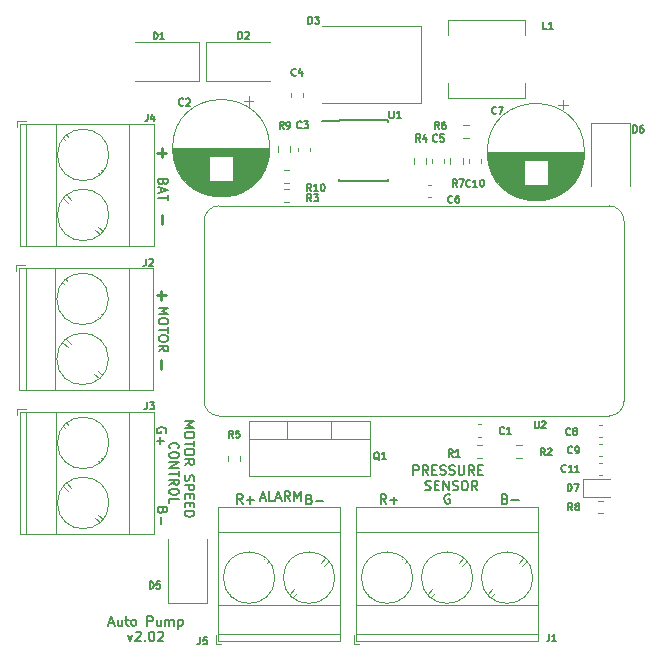
<source format=gbr>
%TF.GenerationSoftware,KiCad,Pcbnew,(6.0.6)*%
%TF.CreationDate,2022-07-27T00:23:15-07:00*%
%TF.ProjectId,AUTOPUMP_V2.02,4155544f-5055-44d5-905f-56322e30322e,rev?*%
%TF.SameCoordinates,Original*%
%TF.FileFunction,Legend,Top*%
%TF.FilePolarity,Positive*%
%FSLAX46Y46*%
G04 Gerber Fmt 4.6, Leading zero omitted, Abs format (unit mm)*
G04 Created by KiCad (PCBNEW (6.0.6)) date 2022-07-27 00:23:15*
%MOMM*%
%LPD*%
G01*
G04 APERTURE LIST*
%ADD10C,0.200000*%
%ADD11C,0.250000*%
%ADD12C,0.150000*%
%ADD13C,0.120000*%
G04 APERTURE END LIST*
D10*
X146907304Y-90087457D02*
X147021590Y-90125552D01*
X147059685Y-90163647D01*
X147097780Y-90239838D01*
X147097780Y-90354123D01*
X147059685Y-90430314D01*
X147021590Y-90468409D01*
X146945400Y-90506504D01*
X146640638Y-90506504D01*
X146640638Y-89706504D01*
X146907304Y-89706504D01*
X146983495Y-89744600D01*
X147021590Y-89782695D01*
X147059685Y-89858885D01*
X147059685Y-89935076D01*
X147021590Y-90011266D01*
X146983495Y-90049361D01*
X146907304Y-90087457D01*
X146640638Y-90087457D01*
X147440638Y-90201742D02*
X148050161Y-90201742D01*
X113379638Y-100606733D02*
X113760590Y-100606733D01*
X113303447Y-100835304D02*
X113570114Y-100035304D01*
X113836780Y-100835304D01*
X114446304Y-100301971D02*
X114446304Y-100835304D01*
X114103447Y-100301971D02*
X114103447Y-100721019D01*
X114141542Y-100797209D01*
X114217733Y-100835304D01*
X114332019Y-100835304D01*
X114408209Y-100797209D01*
X114446304Y-100759114D01*
X114712971Y-100301971D02*
X115017733Y-100301971D01*
X114827257Y-100035304D02*
X114827257Y-100721019D01*
X114865352Y-100797209D01*
X114941542Y-100835304D01*
X115017733Y-100835304D01*
X115398685Y-100835304D02*
X115322495Y-100797209D01*
X115284400Y-100759114D01*
X115246304Y-100682923D01*
X115246304Y-100454352D01*
X115284400Y-100378161D01*
X115322495Y-100340066D01*
X115398685Y-100301971D01*
X115512971Y-100301971D01*
X115589161Y-100340066D01*
X115627257Y-100378161D01*
X115665352Y-100454352D01*
X115665352Y-100682923D01*
X115627257Y-100759114D01*
X115589161Y-100797209D01*
X115512971Y-100835304D01*
X115398685Y-100835304D01*
X116617733Y-100835304D02*
X116617733Y-100035304D01*
X116922495Y-100035304D01*
X116998685Y-100073400D01*
X117036780Y-100111495D01*
X117074876Y-100187685D01*
X117074876Y-100301971D01*
X117036780Y-100378161D01*
X116998685Y-100416257D01*
X116922495Y-100454352D01*
X116617733Y-100454352D01*
X117760590Y-100301971D02*
X117760590Y-100835304D01*
X117417733Y-100301971D02*
X117417733Y-100721019D01*
X117455828Y-100797209D01*
X117532019Y-100835304D01*
X117646304Y-100835304D01*
X117722495Y-100797209D01*
X117760590Y-100759114D01*
X118141542Y-100835304D02*
X118141542Y-100301971D01*
X118141542Y-100378161D02*
X118179638Y-100340066D01*
X118255828Y-100301971D01*
X118370114Y-100301971D01*
X118446304Y-100340066D01*
X118484400Y-100416257D01*
X118484400Y-100835304D01*
X118484400Y-100416257D02*
X118522495Y-100340066D01*
X118598685Y-100301971D01*
X118712971Y-100301971D01*
X118789161Y-100340066D01*
X118827257Y-100416257D01*
X118827257Y-100835304D01*
X119208209Y-100301971D02*
X119208209Y-101101971D01*
X119208209Y-100340066D02*
X119284400Y-100301971D01*
X119436780Y-100301971D01*
X119512971Y-100340066D01*
X119551066Y-100378161D01*
X119589161Y-100454352D01*
X119589161Y-100682923D01*
X119551066Y-100759114D01*
X119512971Y-100797209D01*
X119436780Y-100835304D01*
X119284400Y-100835304D01*
X119208209Y-100797209D01*
X114960590Y-101589971D02*
X115151066Y-102123304D01*
X115341542Y-101589971D01*
X115608209Y-101399495D02*
X115646304Y-101361400D01*
X115722495Y-101323304D01*
X115912971Y-101323304D01*
X115989161Y-101361400D01*
X116027257Y-101399495D01*
X116065352Y-101475685D01*
X116065352Y-101551876D01*
X116027257Y-101666161D01*
X115570114Y-102123304D01*
X116065352Y-102123304D01*
X116408209Y-102047114D02*
X116446304Y-102085209D01*
X116408209Y-102123304D01*
X116370114Y-102085209D01*
X116408209Y-102047114D01*
X116408209Y-102123304D01*
X116941542Y-101323304D02*
X117017733Y-101323304D01*
X117093923Y-101361400D01*
X117132019Y-101399495D01*
X117170114Y-101475685D01*
X117208209Y-101628066D01*
X117208209Y-101818542D01*
X117170114Y-101970923D01*
X117132019Y-102047114D01*
X117093923Y-102085209D01*
X117017733Y-102123304D01*
X116941542Y-102123304D01*
X116865352Y-102085209D01*
X116827257Y-102047114D01*
X116789161Y-101970923D01*
X116751066Y-101818542D01*
X116751066Y-101628066D01*
X116789161Y-101475685D01*
X116827257Y-101399495D01*
X116865352Y-101361400D01*
X116941542Y-101323304D01*
X117512971Y-101399495D02*
X117551066Y-101361400D01*
X117627257Y-101323304D01*
X117817733Y-101323304D01*
X117893923Y-101361400D01*
X117932019Y-101399495D01*
X117970114Y-101475685D01*
X117970114Y-101551876D01*
X117932019Y-101666161D01*
X117474876Y-102123304D01*
X117970114Y-102123304D01*
X124669580Y-90481104D02*
X124402914Y-90100152D01*
X124212438Y-90481104D02*
X124212438Y-89681104D01*
X124517200Y-89681104D01*
X124593390Y-89719200D01*
X124631485Y-89757295D01*
X124669580Y-89833485D01*
X124669580Y-89947771D01*
X124631485Y-90023961D01*
X124593390Y-90062057D01*
X124517200Y-90100152D01*
X124212438Y-90100152D01*
X125012438Y-90176342D02*
X125621961Y-90176342D01*
X125317200Y-90481104D02*
X125317200Y-89871580D01*
D11*
X117733771Y-78359047D02*
X117733771Y-79120952D01*
D10*
X119763695Y-83534790D02*
X120563695Y-83534790D01*
X119992266Y-83801457D01*
X120563695Y-84068123D01*
X119763695Y-84068123D01*
X120563695Y-84601457D02*
X120563695Y-84753838D01*
X120525600Y-84830028D01*
X120449409Y-84906219D01*
X120297028Y-84944314D01*
X120030361Y-84944314D01*
X119877980Y-84906219D01*
X119801790Y-84830028D01*
X119763695Y-84753838D01*
X119763695Y-84601457D01*
X119801790Y-84525266D01*
X119877980Y-84449076D01*
X120030361Y-84410980D01*
X120297028Y-84410980D01*
X120449409Y-84449076D01*
X120525600Y-84525266D01*
X120563695Y-84601457D01*
X120563695Y-85172885D02*
X120563695Y-85630028D01*
X119763695Y-85401457D02*
X120563695Y-85401457D01*
X120563695Y-86049076D02*
X120563695Y-86201457D01*
X120525600Y-86277647D01*
X120449409Y-86353838D01*
X120297028Y-86391933D01*
X120030361Y-86391933D01*
X119877980Y-86353838D01*
X119801790Y-86277647D01*
X119763695Y-86201457D01*
X119763695Y-86049076D01*
X119801790Y-85972885D01*
X119877980Y-85896695D01*
X120030361Y-85858600D01*
X120297028Y-85858600D01*
X120449409Y-85896695D01*
X120525600Y-85972885D01*
X120563695Y-86049076D01*
X119763695Y-87191933D02*
X120144647Y-86925266D01*
X119763695Y-86734790D02*
X120563695Y-86734790D01*
X120563695Y-87039552D01*
X120525600Y-87115742D01*
X120487504Y-87153838D01*
X120411314Y-87191933D01*
X120297028Y-87191933D01*
X120220838Y-87153838D01*
X120182742Y-87115742D01*
X120144647Y-87039552D01*
X120144647Y-86734790D01*
X119801790Y-88106219D02*
X119763695Y-88220504D01*
X119763695Y-88410980D01*
X119801790Y-88487171D01*
X119839885Y-88525266D01*
X119916076Y-88563361D01*
X119992266Y-88563361D01*
X120068457Y-88525266D01*
X120106552Y-88487171D01*
X120144647Y-88410980D01*
X120182742Y-88258600D01*
X120220838Y-88182409D01*
X120258933Y-88144314D01*
X120335123Y-88106219D01*
X120411314Y-88106219D01*
X120487504Y-88144314D01*
X120525600Y-88182409D01*
X120563695Y-88258600D01*
X120563695Y-88449076D01*
X120525600Y-88563361D01*
X119763695Y-88906219D02*
X120563695Y-88906219D01*
X120563695Y-89210980D01*
X120525600Y-89287171D01*
X120487504Y-89325266D01*
X120411314Y-89363361D01*
X120297028Y-89363361D01*
X120220838Y-89325266D01*
X120182742Y-89287171D01*
X120144647Y-89210980D01*
X120144647Y-88906219D01*
X120182742Y-89706219D02*
X120182742Y-89972885D01*
X119763695Y-90087171D02*
X119763695Y-89706219D01*
X120563695Y-89706219D01*
X120563695Y-90087171D01*
X120182742Y-90430028D02*
X120182742Y-90696695D01*
X119763695Y-90810980D02*
X119763695Y-90430028D01*
X120563695Y-90430028D01*
X120563695Y-90810980D01*
X119763695Y-91153838D02*
X120563695Y-91153838D01*
X120563695Y-91344314D01*
X120525600Y-91458600D01*
X120449409Y-91534790D01*
X120373219Y-91572885D01*
X120220838Y-91610980D01*
X120106552Y-91610980D01*
X119954171Y-91572885D01*
X119877980Y-91534790D01*
X119801790Y-91458600D01*
X119763695Y-91344314D01*
X119763695Y-91153838D01*
X118551885Y-85820504D02*
X118513790Y-85782409D01*
X118475695Y-85668123D01*
X118475695Y-85591933D01*
X118513790Y-85477647D01*
X118589980Y-85401457D01*
X118666171Y-85363361D01*
X118818552Y-85325266D01*
X118932838Y-85325266D01*
X119085219Y-85363361D01*
X119161409Y-85401457D01*
X119237600Y-85477647D01*
X119275695Y-85591933D01*
X119275695Y-85668123D01*
X119237600Y-85782409D01*
X119199504Y-85820504D01*
X119275695Y-86315742D02*
X119275695Y-86468123D01*
X119237600Y-86544314D01*
X119161409Y-86620504D01*
X119009028Y-86658600D01*
X118742361Y-86658600D01*
X118589980Y-86620504D01*
X118513790Y-86544314D01*
X118475695Y-86468123D01*
X118475695Y-86315742D01*
X118513790Y-86239552D01*
X118589980Y-86163361D01*
X118742361Y-86125266D01*
X119009028Y-86125266D01*
X119161409Y-86163361D01*
X119237600Y-86239552D01*
X119275695Y-86315742D01*
X118475695Y-87001457D02*
X119275695Y-87001457D01*
X118475695Y-87458600D01*
X119275695Y-87458600D01*
X119275695Y-87725266D02*
X119275695Y-88182409D01*
X118475695Y-87953838D02*
X119275695Y-87953838D01*
X118475695Y-88906219D02*
X118856647Y-88639552D01*
X118475695Y-88449076D02*
X119275695Y-88449076D01*
X119275695Y-88753838D01*
X119237600Y-88830028D01*
X119199504Y-88868123D01*
X119123314Y-88906219D01*
X119009028Y-88906219D01*
X118932838Y-88868123D01*
X118894742Y-88830028D01*
X118856647Y-88753838D01*
X118856647Y-88449076D01*
X119275695Y-89401457D02*
X119275695Y-89553838D01*
X119237600Y-89630028D01*
X119161409Y-89706219D01*
X119009028Y-89744314D01*
X118742361Y-89744314D01*
X118589980Y-89706219D01*
X118513790Y-89630028D01*
X118475695Y-89553838D01*
X118475695Y-89401457D01*
X118513790Y-89325266D01*
X118589980Y-89249076D01*
X118742361Y-89210980D01*
X119009028Y-89210980D01*
X119161409Y-89249076D01*
X119237600Y-89325266D01*
X119275695Y-89401457D01*
X118475695Y-90468123D02*
X118475695Y-90087171D01*
X119275695Y-90087171D01*
X118179800Y-84474085D02*
X118217895Y-84397895D01*
X118217895Y-84283609D01*
X118179800Y-84169323D01*
X118103609Y-84093133D01*
X118027419Y-84055038D01*
X117875038Y-84016942D01*
X117760752Y-84016942D01*
X117608371Y-84055038D01*
X117532180Y-84093133D01*
X117455990Y-84169323D01*
X117417895Y-84283609D01*
X117417895Y-84359800D01*
X117455990Y-84474085D01*
X117494085Y-84512180D01*
X117760752Y-84512180D01*
X117760752Y-84359800D01*
X117722657Y-84855038D02*
X117722657Y-85464561D01*
X117417895Y-85159800D02*
X118027419Y-85159800D01*
X139122552Y-88059104D02*
X139122552Y-87259104D01*
X139427314Y-87259104D01*
X139503504Y-87297200D01*
X139541600Y-87335295D01*
X139579695Y-87411485D01*
X139579695Y-87525771D01*
X139541600Y-87601961D01*
X139503504Y-87640057D01*
X139427314Y-87678152D01*
X139122552Y-87678152D01*
X140379695Y-88059104D02*
X140113028Y-87678152D01*
X139922552Y-88059104D02*
X139922552Y-87259104D01*
X140227314Y-87259104D01*
X140303504Y-87297200D01*
X140341600Y-87335295D01*
X140379695Y-87411485D01*
X140379695Y-87525771D01*
X140341600Y-87601961D01*
X140303504Y-87640057D01*
X140227314Y-87678152D01*
X139922552Y-87678152D01*
X140722552Y-87640057D02*
X140989219Y-87640057D01*
X141103504Y-88059104D02*
X140722552Y-88059104D01*
X140722552Y-87259104D01*
X141103504Y-87259104D01*
X141408266Y-88021009D02*
X141522552Y-88059104D01*
X141713028Y-88059104D01*
X141789219Y-88021009D01*
X141827314Y-87982914D01*
X141865409Y-87906723D01*
X141865409Y-87830533D01*
X141827314Y-87754342D01*
X141789219Y-87716247D01*
X141713028Y-87678152D01*
X141560647Y-87640057D01*
X141484457Y-87601961D01*
X141446361Y-87563866D01*
X141408266Y-87487676D01*
X141408266Y-87411485D01*
X141446361Y-87335295D01*
X141484457Y-87297200D01*
X141560647Y-87259104D01*
X141751123Y-87259104D01*
X141865409Y-87297200D01*
X142170171Y-88021009D02*
X142284457Y-88059104D01*
X142474933Y-88059104D01*
X142551123Y-88021009D01*
X142589219Y-87982914D01*
X142627314Y-87906723D01*
X142627314Y-87830533D01*
X142589219Y-87754342D01*
X142551123Y-87716247D01*
X142474933Y-87678152D01*
X142322552Y-87640057D01*
X142246361Y-87601961D01*
X142208266Y-87563866D01*
X142170171Y-87487676D01*
X142170171Y-87411485D01*
X142208266Y-87335295D01*
X142246361Y-87297200D01*
X142322552Y-87259104D01*
X142513028Y-87259104D01*
X142627314Y-87297200D01*
X142970171Y-87259104D02*
X142970171Y-87906723D01*
X143008266Y-87982914D01*
X143046361Y-88021009D01*
X143122552Y-88059104D01*
X143274933Y-88059104D01*
X143351123Y-88021009D01*
X143389219Y-87982914D01*
X143427314Y-87906723D01*
X143427314Y-87259104D01*
X144265409Y-88059104D02*
X143998742Y-87678152D01*
X143808266Y-88059104D02*
X143808266Y-87259104D01*
X144113028Y-87259104D01*
X144189219Y-87297200D01*
X144227314Y-87335295D01*
X144265409Y-87411485D01*
X144265409Y-87525771D01*
X144227314Y-87601961D01*
X144189219Y-87640057D01*
X144113028Y-87678152D01*
X143808266Y-87678152D01*
X144608266Y-87640057D02*
X144874933Y-87640057D01*
X144989219Y-88059104D02*
X144608266Y-88059104D01*
X144608266Y-87259104D01*
X144989219Y-87259104D01*
X140132076Y-89309009D02*
X140246361Y-89347104D01*
X140436838Y-89347104D01*
X140513028Y-89309009D01*
X140551123Y-89270914D01*
X140589219Y-89194723D01*
X140589219Y-89118533D01*
X140551123Y-89042342D01*
X140513028Y-89004247D01*
X140436838Y-88966152D01*
X140284457Y-88928057D01*
X140208266Y-88889961D01*
X140170171Y-88851866D01*
X140132076Y-88775676D01*
X140132076Y-88699485D01*
X140170171Y-88623295D01*
X140208266Y-88585200D01*
X140284457Y-88547104D01*
X140474933Y-88547104D01*
X140589219Y-88585200D01*
X140932076Y-88928057D02*
X141198742Y-88928057D01*
X141313028Y-89347104D02*
X140932076Y-89347104D01*
X140932076Y-88547104D01*
X141313028Y-88547104D01*
X141655885Y-89347104D02*
X141655885Y-88547104D01*
X142113028Y-89347104D01*
X142113028Y-88547104D01*
X142455885Y-89309009D02*
X142570171Y-89347104D01*
X142760647Y-89347104D01*
X142836838Y-89309009D01*
X142874933Y-89270914D01*
X142913028Y-89194723D01*
X142913028Y-89118533D01*
X142874933Y-89042342D01*
X142836838Y-89004247D01*
X142760647Y-88966152D01*
X142608266Y-88928057D01*
X142532076Y-88889961D01*
X142493980Y-88851866D01*
X142455885Y-88775676D01*
X142455885Y-88699485D01*
X142493980Y-88623295D01*
X142532076Y-88585200D01*
X142608266Y-88547104D01*
X142798742Y-88547104D01*
X142913028Y-88585200D01*
X143408266Y-88547104D02*
X143560647Y-88547104D01*
X143636838Y-88585200D01*
X143713028Y-88661390D01*
X143751123Y-88813771D01*
X143751123Y-89080438D01*
X143713028Y-89232819D01*
X143636838Y-89309009D01*
X143560647Y-89347104D01*
X143408266Y-89347104D01*
X143332076Y-89309009D01*
X143255885Y-89232819D01*
X143217790Y-89080438D01*
X143217790Y-88813771D01*
X143255885Y-88661390D01*
X143332076Y-88585200D01*
X143408266Y-88547104D01*
X144551123Y-89347104D02*
X144284457Y-88966152D01*
X144093980Y-89347104D02*
X144093980Y-88547104D01*
X144398742Y-88547104D01*
X144474933Y-88585200D01*
X144513028Y-88623295D01*
X144551123Y-88699485D01*
X144551123Y-88813771D01*
X144513028Y-88889961D01*
X144474933Y-88928057D01*
X144398742Y-88966152D01*
X144093980Y-88966152D01*
D11*
X117784571Y-72466247D02*
X117784571Y-73228152D01*
X117403619Y-72847200D02*
X118165523Y-72847200D01*
X117835371Y-60401247D02*
X117835371Y-61163152D01*
X117454419Y-60782200D02*
X118216323Y-60782200D01*
D10*
X117595695Y-73907876D02*
X118395695Y-73907876D01*
X117824266Y-74174542D01*
X118395695Y-74441209D01*
X117595695Y-74441209D01*
X118395695Y-74974542D02*
X118395695Y-75126923D01*
X118357600Y-75203114D01*
X118281409Y-75279304D01*
X118129028Y-75317400D01*
X117862361Y-75317400D01*
X117709980Y-75279304D01*
X117633790Y-75203114D01*
X117595695Y-75126923D01*
X117595695Y-74974542D01*
X117633790Y-74898352D01*
X117709980Y-74822161D01*
X117862361Y-74784066D01*
X118129028Y-74784066D01*
X118281409Y-74822161D01*
X118357600Y-74898352D01*
X118395695Y-74974542D01*
X118395695Y-75545971D02*
X118395695Y-76003114D01*
X117595695Y-75774542D02*
X118395695Y-75774542D01*
X118395695Y-76422161D02*
X118395695Y-76574542D01*
X118357600Y-76650733D01*
X118281409Y-76726923D01*
X118129028Y-76765019D01*
X117862361Y-76765019D01*
X117709980Y-76726923D01*
X117633790Y-76650733D01*
X117595695Y-76574542D01*
X117595695Y-76422161D01*
X117633790Y-76345971D01*
X117709980Y-76269780D01*
X117862361Y-76231685D01*
X118129028Y-76231685D01*
X118281409Y-76269780D01*
X118357600Y-76345971D01*
X118395695Y-76422161D01*
X117595695Y-77565019D02*
X117976647Y-77298352D01*
X117595695Y-77107876D02*
X118395695Y-77107876D01*
X118395695Y-77412638D01*
X118357600Y-77488828D01*
X118319504Y-77526923D01*
X118243314Y-77565019D01*
X118129028Y-77565019D01*
X118052838Y-77526923D01*
X118014742Y-77488828D01*
X117976647Y-77412638D01*
X117976647Y-77107876D01*
X126190180Y-90023933D02*
X126571133Y-90023933D01*
X126113990Y-90252504D02*
X126380657Y-89452504D01*
X126647323Y-90252504D01*
X127294942Y-90252504D02*
X126913990Y-90252504D01*
X126913990Y-89452504D01*
X127523514Y-90023933D02*
X127904466Y-90023933D01*
X127447323Y-90252504D02*
X127713990Y-89452504D01*
X127980657Y-90252504D01*
X128704466Y-90252504D02*
X128437800Y-89871552D01*
X128247323Y-90252504D02*
X128247323Y-89452504D01*
X128552085Y-89452504D01*
X128628276Y-89490600D01*
X128666371Y-89528695D01*
X128704466Y-89604885D01*
X128704466Y-89719171D01*
X128666371Y-89795361D01*
X128628276Y-89833457D01*
X128552085Y-89871552D01*
X128247323Y-89871552D01*
X129047323Y-90252504D02*
X129047323Y-89452504D01*
X129313990Y-90023933D01*
X129580657Y-89452504D01*
X129580657Y-90252504D01*
X117938542Y-63239723D02*
X117900447Y-63354009D01*
X117862352Y-63392104D01*
X117786161Y-63430200D01*
X117671876Y-63430200D01*
X117595685Y-63392104D01*
X117557590Y-63354009D01*
X117519495Y-63277819D01*
X117519495Y-62973057D01*
X118319495Y-62973057D01*
X118319495Y-63239723D01*
X118281400Y-63315914D01*
X118243304Y-63354009D01*
X118167114Y-63392104D01*
X118090923Y-63392104D01*
X118014733Y-63354009D01*
X117976638Y-63315914D01*
X117938542Y-63239723D01*
X117938542Y-62973057D01*
X117748066Y-63734961D02*
X117748066Y-64115914D01*
X117519495Y-63658771D02*
X118319495Y-63925438D01*
X117519495Y-64192104D01*
X118319495Y-64344485D02*
X118319495Y-64801628D01*
X117519495Y-64573057D02*
X118319495Y-64573057D01*
X117913142Y-91052704D02*
X117875047Y-91166990D01*
X117836952Y-91205085D01*
X117760761Y-91243180D01*
X117646476Y-91243180D01*
X117570285Y-91205085D01*
X117532190Y-91166990D01*
X117494095Y-91090800D01*
X117494095Y-90786038D01*
X118294095Y-90786038D01*
X118294095Y-91052704D01*
X118256000Y-91128895D01*
X118217904Y-91166990D01*
X118141714Y-91205085D01*
X118065523Y-91205085D01*
X117989333Y-91166990D01*
X117951238Y-91128895D01*
X117913142Y-91052704D01*
X117913142Y-90786038D01*
X117798857Y-91586038D02*
X117798857Y-92195561D01*
X136810780Y-90506504D02*
X136544114Y-90125552D01*
X136353638Y-90506504D02*
X136353638Y-89706504D01*
X136658400Y-89706504D01*
X136734590Y-89744600D01*
X136772685Y-89782695D01*
X136810780Y-89858885D01*
X136810780Y-89973171D01*
X136772685Y-90049361D01*
X136734590Y-90087457D01*
X136658400Y-90125552D01*
X136353638Y-90125552D01*
X137153638Y-90201742D02*
X137763161Y-90201742D01*
X137458400Y-90506504D02*
X137458400Y-89896980D01*
D11*
X117835371Y-66090847D02*
X117835371Y-66852752D01*
D10*
X130346504Y-90112857D02*
X130460790Y-90150952D01*
X130498885Y-90189047D01*
X130536980Y-90265238D01*
X130536980Y-90379523D01*
X130498885Y-90455714D01*
X130460790Y-90493809D01*
X130384600Y-90531904D01*
X130079838Y-90531904D01*
X130079838Y-89731904D01*
X130346504Y-89731904D01*
X130422695Y-89770000D01*
X130460790Y-89808095D01*
X130498885Y-89884285D01*
X130498885Y-89960476D01*
X130460790Y-90036666D01*
X130422695Y-90074761D01*
X130346504Y-90112857D01*
X130079838Y-90112857D01*
X130879838Y-90227142D02*
X131489361Y-90227142D01*
X142195523Y-89719200D02*
X142119333Y-89681104D01*
X142005047Y-89681104D01*
X141890761Y-89719200D01*
X141814571Y-89795390D01*
X141776476Y-89871580D01*
X141738380Y-90023961D01*
X141738380Y-90138247D01*
X141776476Y-90290628D01*
X141814571Y-90366819D01*
X141890761Y-90443009D01*
X142005047Y-90481104D01*
X142081238Y-90481104D01*
X142195523Y-90443009D01*
X142233619Y-90404914D01*
X142233619Y-90138247D01*
X142081238Y-90138247D01*
D12*
%TO.C,J4*%
X116640000Y-57507228D02*
X116640000Y-57935800D01*
X116611428Y-58021514D01*
X116554285Y-58078657D01*
X116468571Y-58107228D01*
X116411428Y-58107228D01*
X117182857Y-57707228D02*
X117182857Y-58107228D01*
X117040000Y-57478657D02*
X116897142Y-57907228D01*
X117268571Y-57907228D01*
%TO.C,C6*%
X142444800Y-64958885D02*
X142416228Y-64987457D01*
X142330514Y-65016028D01*
X142273371Y-65016028D01*
X142187657Y-64987457D01*
X142130514Y-64930314D01*
X142101942Y-64873171D01*
X142073371Y-64758885D01*
X142073371Y-64673171D01*
X142101942Y-64558885D01*
X142130514Y-64501742D01*
X142187657Y-64444600D01*
X142273371Y-64416028D01*
X142330514Y-64416028D01*
X142416228Y-64444600D01*
X142444800Y-64473171D01*
X142959085Y-64416028D02*
X142844800Y-64416028D01*
X142787657Y-64444600D01*
X142759085Y-64473171D01*
X142701942Y-64558885D01*
X142673371Y-64673171D01*
X142673371Y-64901742D01*
X142701942Y-64958885D01*
X142730514Y-64987457D01*
X142787657Y-65016028D01*
X142901942Y-65016028D01*
X142959085Y-64987457D01*
X142987657Y-64958885D01*
X143016228Y-64901742D01*
X143016228Y-64758885D01*
X142987657Y-64701742D01*
X142959085Y-64673171D01*
X142901942Y-64644600D01*
X142787657Y-64644600D01*
X142730514Y-64673171D01*
X142701942Y-64701742D01*
X142673371Y-64758885D01*
%TO.C,D1*%
X117133742Y-51173028D02*
X117133742Y-50573028D01*
X117276600Y-50573028D01*
X117362314Y-50601600D01*
X117419457Y-50658742D01*
X117448028Y-50715885D01*
X117476600Y-50830171D01*
X117476600Y-50915885D01*
X117448028Y-51030171D01*
X117419457Y-51087314D01*
X117362314Y-51144457D01*
X117276600Y-51173028D01*
X117133742Y-51173028D01*
X118048028Y-51173028D02*
X117705171Y-51173028D01*
X117876600Y-51173028D02*
X117876600Y-50573028D01*
X117819457Y-50658742D01*
X117762314Y-50715885D01*
X117705171Y-50744457D01*
%TO.C,Q1*%
X136239257Y-86790171D02*
X136182114Y-86761600D01*
X136124971Y-86704457D01*
X136039257Y-86618742D01*
X135982114Y-86590171D01*
X135924971Y-86590171D01*
X135953542Y-86733028D02*
X135896400Y-86704457D01*
X135839257Y-86647314D01*
X135810685Y-86533028D01*
X135810685Y-86333028D01*
X135839257Y-86218742D01*
X135896400Y-86161600D01*
X135953542Y-86133028D01*
X136067828Y-86133028D01*
X136124971Y-86161600D01*
X136182114Y-86218742D01*
X136210685Y-86333028D01*
X136210685Y-86533028D01*
X136182114Y-86647314D01*
X136124971Y-86704457D01*
X136067828Y-86733028D01*
X135953542Y-86733028D01*
X136782114Y-86733028D02*
X136439257Y-86733028D01*
X136610685Y-86733028D02*
X136610685Y-86133028D01*
X136553542Y-86218742D01*
X136496400Y-86275885D01*
X136439257Y-86304457D01*
%TO.C,R10*%
X130475085Y-64025428D02*
X130275085Y-63739714D01*
X130132228Y-64025428D02*
X130132228Y-63425428D01*
X130360800Y-63425428D01*
X130417942Y-63454000D01*
X130446514Y-63482571D01*
X130475085Y-63539714D01*
X130475085Y-63625428D01*
X130446514Y-63682571D01*
X130417942Y-63711142D01*
X130360800Y-63739714D01*
X130132228Y-63739714D01*
X131046514Y-64025428D02*
X130703657Y-64025428D01*
X130875085Y-64025428D02*
X130875085Y-63425428D01*
X130817942Y-63511142D01*
X130760800Y-63568285D01*
X130703657Y-63596857D01*
X131417942Y-63425428D02*
X131475085Y-63425428D01*
X131532228Y-63454000D01*
X131560800Y-63482571D01*
X131589371Y-63539714D01*
X131617942Y-63654000D01*
X131617942Y-63796857D01*
X131589371Y-63911142D01*
X131560800Y-63968285D01*
X131532228Y-63996857D01*
X131475085Y-64025428D01*
X131417942Y-64025428D01*
X131360800Y-63996857D01*
X131332228Y-63968285D01*
X131303657Y-63911142D01*
X131275085Y-63796857D01*
X131275085Y-63654000D01*
X131303657Y-63539714D01*
X131332228Y-63482571D01*
X131360800Y-63454000D01*
X131417942Y-63425428D01*
%TO.C,D2*%
X124321942Y-51122228D02*
X124321942Y-50522228D01*
X124464800Y-50522228D01*
X124550514Y-50550800D01*
X124607657Y-50607942D01*
X124636228Y-50665085D01*
X124664800Y-50779371D01*
X124664800Y-50865085D01*
X124636228Y-50979371D01*
X124607657Y-51036514D01*
X124550514Y-51093657D01*
X124464800Y-51122228D01*
X124321942Y-51122228D01*
X124893371Y-50579371D02*
X124921942Y-50550800D01*
X124979085Y-50522228D01*
X125121942Y-50522228D01*
X125179085Y-50550800D01*
X125207657Y-50579371D01*
X125236228Y-50636514D01*
X125236228Y-50693657D01*
X125207657Y-50779371D01*
X124864800Y-51122228D01*
X125236228Y-51122228D01*
%TO.C,D7*%
X152185642Y-89425428D02*
X152185642Y-88825428D01*
X152328500Y-88825428D01*
X152414214Y-88854000D01*
X152471357Y-88911142D01*
X152499928Y-88968285D01*
X152528500Y-89082571D01*
X152528500Y-89168285D01*
X152499928Y-89282571D01*
X152471357Y-89339714D01*
X152414214Y-89396857D01*
X152328500Y-89425428D01*
X152185642Y-89425428D01*
X152728500Y-88825428D02*
X153128500Y-88825428D01*
X152871357Y-89425428D01*
%TO.C,C11*%
X152039685Y-87742685D02*
X152011114Y-87771257D01*
X151925400Y-87799828D01*
X151868257Y-87799828D01*
X151782542Y-87771257D01*
X151725400Y-87714114D01*
X151696828Y-87656971D01*
X151668257Y-87542685D01*
X151668257Y-87456971D01*
X151696828Y-87342685D01*
X151725400Y-87285542D01*
X151782542Y-87228400D01*
X151868257Y-87199828D01*
X151925400Y-87199828D01*
X152011114Y-87228400D01*
X152039685Y-87256971D01*
X152611114Y-87799828D02*
X152268257Y-87799828D01*
X152439685Y-87799828D02*
X152439685Y-87199828D01*
X152382542Y-87285542D01*
X152325400Y-87342685D01*
X152268257Y-87371257D01*
X153182542Y-87799828D02*
X152839685Y-87799828D01*
X153011114Y-87799828D02*
X153011114Y-87199828D01*
X152953971Y-87285542D01*
X152896828Y-87342685D01*
X152839685Y-87371257D01*
%TO.C,U1*%
X137109257Y-57278628D02*
X137109257Y-57764342D01*
X137137828Y-57821485D01*
X137166400Y-57850057D01*
X137223542Y-57878628D01*
X137337828Y-57878628D01*
X137394971Y-57850057D01*
X137423542Y-57821485D01*
X137452114Y-57764342D01*
X137452114Y-57278628D01*
X138052114Y-57878628D02*
X137709257Y-57878628D01*
X137880685Y-57878628D02*
X137880685Y-57278628D01*
X137823542Y-57364342D01*
X137766400Y-57421485D01*
X137709257Y-57450057D01*
%TO.C,R3*%
X130481400Y-64889028D02*
X130281400Y-64603314D01*
X130138542Y-64889028D02*
X130138542Y-64289028D01*
X130367114Y-64289028D01*
X130424257Y-64317600D01*
X130452828Y-64346171D01*
X130481400Y-64403314D01*
X130481400Y-64489028D01*
X130452828Y-64546171D01*
X130424257Y-64574742D01*
X130367114Y-64603314D01*
X130138542Y-64603314D01*
X130681400Y-64289028D02*
X131052828Y-64289028D01*
X130852828Y-64517600D01*
X130938542Y-64517600D01*
X130995685Y-64546171D01*
X131024257Y-64574742D01*
X131052828Y-64631885D01*
X131052828Y-64774742D01*
X131024257Y-64831885D01*
X130995685Y-64860457D01*
X130938542Y-64889028D01*
X130767114Y-64889028D01*
X130709971Y-64860457D01*
X130681400Y-64831885D01*
%TO.C,R1*%
X142470200Y-86504428D02*
X142270200Y-86218714D01*
X142127342Y-86504428D02*
X142127342Y-85904428D01*
X142355914Y-85904428D01*
X142413057Y-85933000D01*
X142441628Y-85961571D01*
X142470200Y-86018714D01*
X142470200Y-86104428D01*
X142441628Y-86161571D01*
X142413057Y-86190142D01*
X142355914Y-86218714D01*
X142127342Y-86218714D01*
X143041628Y-86504428D02*
X142698771Y-86504428D01*
X142870200Y-86504428D02*
X142870200Y-85904428D01*
X142813057Y-85990142D01*
X142755914Y-86047285D01*
X142698771Y-86075857D01*
%TO.C,C10*%
X143962485Y-63600285D02*
X143933914Y-63628857D01*
X143848200Y-63657428D01*
X143791057Y-63657428D01*
X143705342Y-63628857D01*
X143648200Y-63571714D01*
X143619628Y-63514571D01*
X143591057Y-63400285D01*
X143591057Y-63314571D01*
X143619628Y-63200285D01*
X143648200Y-63143142D01*
X143705342Y-63086000D01*
X143791057Y-63057428D01*
X143848200Y-63057428D01*
X143933914Y-63086000D01*
X143962485Y-63114571D01*
X144533914Y-63657428D02*
X144191057Y-63657428D01*
X144362485Y-63657428D02*
X144362485Y-63057428D01*
X144305342Y-63143142D01*
X144248200Y-63200285D01*
X144191057Y-63228857D01*
X144905342Y-63057428D02*
X144962485Y-63057428D01*
X145019628Y-63086000D01*
X145048200Y-63114571D01*
X145076771Y-63171714D01*
X145105342Y-63286000D01*
X145105342Y-63428857D01*
X145076771Y-63543142D01*
X145048200Y-63600285D01*
X145019628Y-63628857D01*
X144962485Y-63657428D01*
X144905342Y-63657428D01*
X144848200Y-63628857D01*
X144819628Y-63600285D01*
X144791057Y-63543142D01*
X144762485Y-63428857D01*
X144762485Y-63286000D01*
X144791057Y-63171714D01*
X144819628Y-63114571D01*
X144848200Y-63086000D01*
X144905342Y-63057428D01*
%TO.C,R4*%
X139727000Y-59834428D02*
X139527000Y-59548714D01*
X139384142Y-59834428D02*
X139384142Y-59234428D01*
X139612714Y-59234428D01*
X139669857Y-59263000D01*
X139698428Y-59291571D01*
X139727000Y-59348714D01*
X139727000Y-59434428D01*
X139698428Y-59491571D01*
X139669857Y-59520142D01*
X139612714Y-59548714D01*
X139384142Y-59548714D01*
X140241285Y-59434428D02*
X140241285Y-59834428D01*
X140098428Y-59205857D02*
X139955571Y-59634428D01*
X140327000Y-59634428D01*
%TO.C,U2*%
X149402857Y-83491428D02*
X149402857Y-83977142D01*
X149431428Y-84034285D01*
X149460000Y-84062857D01*
X149517142Y-84091428D01*
X149631428Y-84091428D01*
X149688571Y-84062857D01*
X149717142Y-84034285D01*
X149745714Y-83977142D01*
X149745714Y-83491428D01*
X150002857Y-83548571D02*
X150031428Y-83520000D01*
X150088571Y-83491428D01*
X150231428Y-83491428D01*
X150288571Y-83520000D01*
X150317142Y-83548571D01*
X150345714Y-83605714D01*
X150345714Y-83662857D01*
X150317142Y-83748571D01*
X149974285Y-84091428D01*
X150345714Y-84091428D01*
%TO.C,J5*%
X121085000Y-101804828D02*
X121085000Y-102233400D01*
X121056428Y-102319114D01*
X120999285Y-102376257D01*
X120913571Y-102404828D01*
X120856428Y-102404828D01*
X121656428Y-101804828D02*
X121370714Y-101804828D01*
X121342142Y-102090542D01*
X121370714Y-102061971D01*
X121427857Y-102033400D01*
X121570714Y-102033400D01*
X121627857Y-102061971D01*
X121656428Y-102090542D01*
X121685000Y-102147685D01*
X121685000Y-102290542D01*
X121656428Y-102347685D01*
X121627857Y-102376257D01*
X121570714Y-102404828D01*
X121427857Y-102404828D01*
X121370714Y-102376257D01*
X121342142Y-102347685D01*
%TO.C,R5*%
X123869000Y-84916428D02*
X123669000Y-84630714D01*
X123526142Y-84916428D02*
X123526142Y-84316428D01*
X123754714Y-84316428D01*
X123811857Y-84345000D01*
X123840428Y-84373571D01*
X123869000Y-84430714D01*
X123869000Y-84516428D01*
X123840428Y-84573571D01*
X123811857Y-84602142D01*
X123754714Y-84630714D01*
X123526142Y-84630714D01*
X124411857Y-84316428D02*
X124126142Y-84316428D01*
X124097571Y-84602142D01*
X124126142Y-84573571D01*
X124183285Y-84545000D01*
X124326142Y-84545000D01*
X124383285Y-84573571D01*
X124411857Y-84602142D01*
X124440428Y-84659285D01*
X124440428Y-84802142D01*
X124411857Y-84859285D01*
X124383285Y-84887857D01*
X124326142Y-84916428D01*
X124183285Y-84916428D01*
X124126142Y-84887857D01*
X124097571Y-84859285D01*
%TO.C,D5*%
X116803542Y-97680428D02*
X116803542Y-97080428D01*
X116946400Y-97080428D01*
X117032114Y-97109000D01*
X117089257Y-97166142D01*
X117117828Y-97223285D01*
X117146400Y-97337571D01*
X117146400Y-97423285D01*
X117117828Y-97537571D01*
X117089257Y-97594714D01*
X117032114Y-97651857D01*
X116946400Y-97680428D01*
X116803542Y-97680428D01*
X117689257Y-97080428D02*
X117403542Y-97080428D01*
X117374971Y-97366142D01*
X117403542Y-97337571D01*
X117460685Y-97309000D01*
X117603542Y-97309000D01*
X117660685Y-97337571D01*
X117689257Y-97366142D01*
X117717828Y-97423285D01*
X117717828Y-97566142D01*
X117689257Y-97623285D01*
X117660685Y-97651857D01*
X117603542Y-97680428D01*
X117460685Y-97680428D01*
X117403542Y-97651857D01*
X117374971Y-97623285D01*
%TO.C,R2*%
X150268000Y-86408928D02*
X150068000Y-86123214D01*
X149925142Y-86408928D02*
X149925142Y-85808928D01*
X150153714Y-85808928D01*
X150210857Y-85837500D01*
X150239428Y-85866071D01*
X150268000Y-85923214D01*
X150268000Y-86008928D01*
X150239428Y-86066071D01*
X150210857Y-86094642D01*
X150153714Y-86123214D01*
X149925142Y-86123214D01*
X150496571Y-85866071D02*
X150525142Y-85837500D01*
X150582285Y-85808928D01*
X150725142Y-85808928D01*
X150782285Y-85837500D01*
X150810857Y-85866071D01*
X150839428Y-85923214D01*
X150839428Y-85980357D01*
X150810857Y-86066071D01*
X150468000Y-86408928D01*
X150839428Y-86408928D01*
%TO.C,C5*%
X141149400Y-59777285D02*
X141120828Y-59805857D01*
X141035114Y-59834428D01*
X140977971Y-59834428D01*
X140892257Y-59805857D01*
X140835114Y-59748714D01*
X140806542Y-59691571D01*
X140777971Y-59577285D01*
X140777971Y-59491571D01*
X140806542Y-59377285D01*
X140835114Y-59320142D01*
X140892257Y-59263000D01*
X140977971Y-59234428D01*
X141035114Y-59234428D01*
X141120828Y-59263000D01*
X141149400Y-59291571D01*
X141692257Y-59234428D02*
X141406542Y-59234428D01*
X141377971Y-59520142D01*
X141406542Y-59491571D01*
X141463685Y-59463000D01*
X141606542Y-59463000D01*
X141663685Y-59491571D01*
X141692257Y-59520142D01*
X141720828Y-59577285D01*
X141720828Y-59720142D01*
X141692257Y-59777285D01*
X141663685Y-59805857D01*
X141606542Y-59834428D01*
X141463685Y-59834428D01*
X141406542Y-59805857D01*
X141377971Y-59777285D01*
%TO.C,C3*%
X129663200Y-58659685D02*
X129634628Y-58688257D01*
X129548914Y-58716828D01*
X129491771Y-58716828D01*
X129406057Y-58688257D01*
X129348914Y-58631114D01*
X129320342Y-58573971D01*
X129291771Y-58459685D01*
X129291771Y-58373971D01*
X129320342Y-58259685D01*
X129348914Y-58202542D01*
X129406057Y-58145400D01*
X129491771Y-58116828D01*
X129548914Y-58116828D01*
X129634628Y-58145400D01*
X129663200Y-58173971D01*
X129863200Y-58116828D02*
X130234628Y-58116828D01*
X130034628Y-58345400D01*
X130120342Y-58345400D01*
X130177485Y-58373971D01*
X130206057Y-58402542D01*
X130234628Y-58459685D01*
X130234628Y-58602542D01*
X130206057Y-58659685D01*
X130177485Y-58688257D01*
X130120342Y-58716828D01*
X129948914Y-58716828D01*
X129891771Y-58688257D01*
X129863200Y-58659685D01*
%TO.C,J1*%
X150650600Y-101525428D02*
X150650600Y-101954000D01*
X150622028Y-102039714D01*
X150564885Y-102096857D01*
X150479171Y-102125428D01*
X150422028Y-102125428D01*
X151250600Y-102125428D02*
X150907742Y-102125428D01*
X151079171Y-102125428D02*
X151079171Y-101525428D01*
X151022028Y-101611142D01*
X150964885Y-101668285D01*
X150907742Y-101696857D01*
%TO.C,J3*%
X116589200Y-81916628D02*
X116589200Y-82345200D01*
X116560628Y-82430914D01*
X116503485Y-82488057D01*
X116417771Y-82516628D01*
X116360628Y-82516628D01*
X116817771Y-81916628D02*
X117189200Y-81916628D01*
X116989200Y-82145200D01*
X117074914Y-82145200D01*
X117132057Y-82173771D01*
X117160628Y-82202342D01*
X117189200Y-82259485D01*
X117189200Y-82402342D01*
X117160628Y-82459485D01*
X117132057Y-82488057D01*
X117074914Y-82516628D01*
X116903485Y-82516628D01*
X116846342Y-82488057D01*
X116817771Y-82459485D01*
%TO.C,C4*%
X129186000Y-54202285D02*
X129157428Y-54230857D01*
X129071714Y-54259428D01*
X129014571Y-54259428D01*
X128928857Y-54230857D01*
X128871714Y-54173714D01*
X128843142Y-54116571D01*
X128814571Y-54002285D01*
X128814571Y-53916571D01*
X128843142Y-53802285D01*
X128871714Y-53745142D01*
X128928857Y-53688000D01*
X129014571Y-53659428D01*
X129071714Y-53659428D01*
X129157428Y-53688000D01*
X129186000Y-53716571D01*
X129700285Y-53859428D02*
X129700285Y-54259428D01*
X129557428Y-53630857D02*
X129414571Y-54059428D01*
X129786000Y-54059428D01*
%TO.C,C2*%
X119661000Y-56729285D02*
X119632428Y-56757857D01*
X119546714Y-56786428D01*
X119489571Y-56786428D01*
X119403857Y-56757857D01*
X119346714Y-56700714D01*
X119318142Y-56643571D01*
X119289571Y-56529285D01*
X119289571Y-56443571D01*
X119318142Y-56329285D01*
X119346714Y-56272142D01*
X119403857Y-56215000D01*
X119489571Y-56186428D01*
X119546714Y-56186428D01*
X119632428Y-56215000D01*
X119661000Y-56243571D01*
X119889571Y-56243571D02*
X119918142Y-56215000D01*
X119975285Y-56186428D01*
X120118142Y-56186428D01*
X120175285Y-56215000D01*
X120203857Y-56243571D01*
X120232428Y-56300714D01*
X120232428Y-56357857D01*
X120203857Y-56443571D01*
X119861000Y-56786428D01*
X120232428Y-56786428D01*
%TO.C,D3*%
X130240142Y-49852228D02*
X130240142Y-49252228D01*
X130383000Y-49252228D01*
X130468714Y-49280800D01*
X130525857Y-49337942D01*
X130554428Y-49395085D01*
X130583000Y-49509371D01*
X130583000Y-49595085D01*
X130554428Y-49709371D01*
X130525857Y-49766514D01*
X130468714Y-49823657D01*
X130383000Y-49852228D01*
X130240142Y-49852228D01*
X130783000Y-49252228D02*
X131154428Y-49252228D01*
X130954428Y-49480800D01*
X131040142Y-49480800D01*
X131097285Y-49509371D01*
X131125857Y-49537942D01*
X131154428Y-49595085D01*
X131154428Y-49737942D01*
X131125857Y-49795085D01*
X131097285Y-49823657D01*
X131040142Y-49852228D01*
X130868714Y-49852228D01*
X130811571Y-49823657D01*
X130783000Y-49795085D01*
%TO.C,R8*%
X152604800Y-91051028D02*
X152404800Y-90765314D01*
X152261942Y-91051028D02*
X152261942Y-90451028D01*
X152490514Y-90451028D01*
X152547657Y-90479600D01*
X152576228Y-90508171D01*
X152604800Y-90565314D01*
X152604800Y-90651028D01*
X152576228Y-90708171D01*
X152547657Y-90736742D01*
X152490514Y-90765314D01*
X152261942Y-90765314D01*
X152947657Y-90708171D02*
X152890514Y-90679600D01*
X152861942Y-90651028D01*
X152833371Y-90593885D01*
X152833371Y-90565314D01*
X152861942Y-90508171D01*
X152890514Y-90479600D01*
X152947657Y-90451028D01*
X153061942Y-90451028D01*
X153119085Y-90479600D01*
X153147657Y-90508171D01*
X153176228Y-90565314D01*
X153176228Y-90593885D01*
X153147657Y-90651028D01*
X153119085Y-90679600D01*
X153061942Y-90708171D01*
X152947657Y-90708171D01*
X152890514Y-90736742D01*
X152861942Y-90765314D01*
X152833371Y-90822457D01*
X152833371Y-90936742D01*
X152861942Y-90993885D01*
X152890514Y-91022457D01*
X152947657Y-91051028D01*
X153061942Y-91051028D01*
X153119085Y-91022457D01*
X153147657Y-90993885D01*
X153176228Y-90936742D01*
X153176228Y-90822457D01*
X153147657Y-90765314D01*
X153119085Y-90736742D01*
X153061942Y-90708171D01*
%TO.C,J2*%
X116487600Y-69750028D02*
X116487600Y-70178600D01*
X116459028Y-70264314D01*
X116401885Y-70321457D01*
X116316171Y-70350028D01*
X116259028Y-70350028D01*
X116744742Y-69807171D02*
X116773314Y-69778600D01*
X116830457Y-69750028D01*
X116973314Y-69750028D01*
X117030457Y-69778600D01*
X117059028Y-69807171D01*
X117087600Y-69864314D01*
X117087600Y-69921457D01*
X117059028Y-70007171D01*
X116716171Y-70350028D01*
X117087600Y-70350028D01*
%TO.C,C7*%
X146153200Y-57415085D02*
X146124628Y-57443657D01*
X146038914Y-57472228D01*
X145981771Y-57472228D01*
X145896057Y-57443657D01*
X145838914Y-57386514D01*
X145810342Y-57329371D01*
X145781771Y-57215085D01*
X145781771Y-57129371D01*
X145810342Y-57015085D01*
X145838914Y-56957942D01*
X145896057Y-56900800D01*
X145981771Y-56872228D01*
X146038914Y-56872228D01*
X146124628Y-56900800D01*
X146153200Y-56929371D01*
X146353200Y-56872228D02*
X146753200Y-56872228D01*
X146496057Y-57472228D01*
%TO.C,C8*%
X152427000Y-84618485D02*
X152398428Y-84647057D01*
X152312714Y-84675628D01*
X152255571Y-84675628D01*
X152169857Y-84647057D01*
X152112714Y-84589914D01*
X152084142Y-84532771D01*
X152055571Y-84418485D01*
X152055571Y-84332771D01*
X152084142Y-84218485D01*
X152112714Y-84161342D01*
X152169857Y-84104200D01*
X152255571Y-84075628D01*
X152312714Y-84075628D01*
X152398428Y-84104200D01*
X152427000Y-84132771D01*
X152769857Y-84332771D02*
X152712714Y-84304200D01*
X152684142Y-84275628D01*
X152655571Y-84218485D01*
X152655571Y-84189914D01*
X152684142Y-84132771D01*
X152712714Y-84104200D01*
X152769857Y-84075628D01*
X152884142Y-84075628D01*
X152941285Y-84104200D01*
X152969857Y-84132771D01*
X152998428Y-84189914D01*
X152998428Y-84218485D01*
X152969857Y-84275628D01*
X152941285Y-84304200D01*
X152884142Y-84332771D01*
X152769857Y-84332771D01*
X152712714Y-84361342D01*
X152684142Y-84389914D01*
X152655571Y-84447057D01*
X152655571Y-84561342D01*
X152684142Y-84618485D01*
X152712714Y-84647057D01*
X152769857Y-84675628D01*
X152884142Y-84675628D01*
X152941285Y-84647057D01*
X152969857Y-84618485D01*
X152998428Y-84561342D01*
X152998428Y-84447057D01*
X152969857Y-84389914D01*
X152941285Y-84361342D01*
X152884142Y-84332771D01*
%TO.C,D6*%
X157722942Y-59072428D02*
X157722942Y-58472428D01*
X157865800Y-58472428D01*
X157951514Y-58501000D01*
X158008657Y-58558142D01*
X158037228Y-58615285D01*
X158065800Y-58729571D01*
X158065800Y-58815285D01*
X158037228Y-58929571D01*
X158008657Y-58986714D01*
X157951514Y-59043857D01*
X157865800Y-59072428D01*
X157722942Y-59072428D01*
X158580085Y-58472428D02*
X158465800Y-58472428D01*
X158408657Y-58501000D01*
X158380085Y-58529571D01*
X158322942Y-58615285D01*
X158294371Y-58729571D01*
X158294371Y-58958142D01*
X158322942Y-59015285D01*
X158351514Y-59043857D01*
X158408657Y-59072428D01*
X158522942Y-59072428D01*
X158580085Y-59043857D01*
X158608657Y-59015285D01*
X158637228Y-58958142D01*
X158637228Y-58815285D01*
X158608657Y-58758142D01*
X158580085Y-58729571D01*
X158522942Y-58701000D01*
X158408657Y-58701000D01*
X158351514Y-58729571D01*
X158322942Y-58758142D01*
X158294371Y-58815285D01*
%TO.C,C1*%
X146810000Y-84545785D02*
X146781428Y-84574357D01*
X146695714Y-84602928D01*
X146638571Y-84602928D01*
X146552857Y-84574357D01*
X146495714Y-84517214D01*
X146467142Y-84460071D01*
X146438571Y-84345785D01*
X146438571Y-84260071D01*
X146467142Y-84145785D01*
X146495714Y-84088642D01*
X146552857Y-84031500D01*
X146638571Y-84002928D01*
X146695714Y-84002928D01*
X146781428Y-84031500D01*
X146810000Y-84060071D01*
X147381428Y-84602928D02*
X147038571Y-84602928D01*
X147210000Y-84602928D02*
X147210000Y-84002928D01*
X147152857Y-84088642D01*
X147095714Y-84145785D01*
X147038571Y-84174357D01*
%TO.C,R7*%
X142825800Y-63644428D02*
X142625800Y-63358714D01*
X142482942Y-63644428D02*
X142482942Y-63044428D01*
X142711514Y-63044428D01*
X142768657Y-63073000D01*
X142797228Y-63101571D01*
X142825800Y-63158714D01*
X142825800Y-63244428D01*
X142797228Y-63301571D01*
X142768657Y-63330142D01*
X142711514Y-63358714D01*
X142482942Y-63358714D01*
X143025800Y-63044428D02*
X143425800Y-63044428D01*
X143168657Y-63644428D01*
%TO.C,L1*%
X150420400Y-50284028D02*
X150134685Y-50284028D01*
X150134685Y-49684028D01*
X150934685Y-50284028D02*
X150591828Y-50284028D01*
X150763257Y-50284028D02*
X150763257Y-49684028D01*
X150706114Y-49769742D01*
X150648971Y-49826885D01*
X150591828Y-49855457D01*
%TO.C,R9*%
X128144600Y-58742228D02*
X127944600Y-58456514D01*
X127801742Y-58742228D02*
X127801742Y-58142228D01*
X128030314Y-58142228D01*
X128087457Y-58170800D01*
X128116028Y-58199371D01*
X128144600Y-58256514D01*
X128144600Y-58342228D01*
X128116028Y-58399371D01*
X128087457Y-58427942D01*
X128030314Y-58456514D01*
X127801742Y-58456514D01*
X128430314Y-58742228D02*
X128544600Y-58742228D01*
X128601742Y-58713657D01*
X128630314Y-58685085D01*
X128687457Y-58599371D01*
X128716028Y-58485085D01*
X128716028Y-58256514D01*
X128687457Y-58199371D01*
X128658885Y-58170800D01*
X128601742Y-58142228D01*
X128487457Y-58142228D01*
X128430314Y-58170800D01*
X128401742Y-58199371D01*
X128373171Y-58256514D01*
X128373171Y-58399371D01*
X128401742Y-58456514D01*
X128430314Y-58485085D01*
X128487457Y-58513657D01*
X128601742Y-58513657D01*
X128658885Y-58485085D01*
X128687457Y-58456514D01*
X128716028Y-58399371D01*
%TO.C,C9*%
X152579400Y-86167885D02*
X152550828Y-86196457D01*
X152465114Y-86225028D01*
X152407971Y-86225028D01*
X152322257Y-86196457D01*
X152265114Y-86139314D01*
X152236542Y-86082171D01*
X152207971Y-85967885D01*
X152207971Y-85882171D01*
X152236542Y-85767885D01*
X152265114Y-85710742D01*
X152322257Y-85653600D01*
X152407971Y-85625028D01*
X152465114Y-85625028D01*
X152550828Y-85653600D01*
X152579400Y-85682171D01*
X152865114Y-86225028D02*
X152979400Y-86225028D01*
X153036542Y-86196457D01*
X153065114Y-86167885D01*
X153122257Y-86082171D01*
X153150828Y-85967885D01*
X153150828Y-85739314D01*
X153122257Y-85682171D01*
X153093685Y-85653600D01*
X153036542Y-85625028D01*
X152922257Y-85625028D01*
X152865114Y-85653600D01*
X152836542Y-85682171D01*
X152807971Y-85739314D01*
X152807971Y-85882171D01*
X152836542Y-85939314D01*
X152865114Y-85967885D01*
X152922257Y-85996457D01*
X153036542Y-85996457D01*
X153093685Y-85967885D01*
X153122257Y-85939314D01*
X153150828Y-85882171D01*
%TO.C,R6*%
X141327200Y-58742228D02*
X141127200Y-58456514D01*
X140984342Y-58742228D02*
X140984342Y-58142228D01*
X141212914Y-58142228D01*
X141270057Y-58170800D01*
X141298628Y-58199371D01*
X141327200Y-58256514D01*
X141327200Y-58342228D01*
X141298628Y-58399371D01*
X141270057Y-58427942D01*
X141212914Y-58456514D01*
X140984342Y-58456514D01*
X141841485Y-58142228D02*
X141727200Y-58142228D01*
X141670057Y-58170800D01*
X141641485Y-58199371D01*
X141584342Y-58285085D01*
X141555771Y-58399371D01*
X141555771Y-58627942D01*
X141584342Y-58685085D01*
X141612914Y-58713657D01*
X141670057Y-58742228D01*
X141784342Y-58742228D01*
X141841485Y-58713657D01*
X141870057Y-58685085D01*
X141898628Y-58627942D01*
X141898628Y-58485085D01*
X141870057Y-58427942D01*
X141841485Y-58399371D01*
X141784342Y-58370800D01*
X141670057Y-58370800D01*
X141612914Y-58399371D01*
X141584342Y-58427942D01*
X141555771Y-58485085D01*
D13*
%TO.C,J4*%
X105572800Y-58127800D02*
X105572800Y-58627800D01*
X106312800Y-58127800D02*
X105572800Y-58127800D01*
X112560800Y-62621800D02*
X112453800Y-62514800D01*
X109898800Y-65040800D02*
X109518800Y-64660800D01*
X112826800Y-62355800D02*
X112719800Y-62248800D01*
X109625800Y-59685800D02*
X109518800Y-59579800D01*
X117132800Y-68647800D02*
X105812800Y-68647800D01*
X109891800Y-59419800D02*
X109784800Y-59313800D01*
X108872800Y-58367800D02*
X108872800Y-68647800D01*
X117132800Y-58367800D02*
X105812800Y-58367800D01*
X110180800Y-64789800D02*
X109784800Y-64394800D01*
X115072800Y-58367800D02*
X115072800Y-68647800D01*
X106372800Y-58367800D02*
X106372800Y-68647800D01*
X117132800Y-58367800D02*
X117132800Y-68647800D01*
X112560800Y-67701800D02*
X112164800Y-67306800D01*
X105812800Y-58367800D02*
X105812800Y-68647800D01*
X112826800Y-67435800D02*
X112446800Y-67055800D01*
X113352800Y-66047800D02*
G75*
G03*
X113352800Y-66047800I-2180000J0D01*
G01*
X113352800Y-60967800D02*
G75*
G03*
X113352800Y-60967800I-2180000J0D01*
G01*
%TO.C,C6*%
X140334420Y-64518000D02*
X140615580Y-64518000D01*
X140334420Y-63498000D02*
X140615580Y-63498000D01*
%TO.C,D1*%
X121002000Y-51436000D02*
X115602000Y-51436000D01*
X121002000Y-54736000D02*
X115602000Y-54736000D01*
X121002000Y-54736000D02*
X121002000Y-51436000D01*
%TO.C,Q1*%
X125182000Y-88168000D02*
X135422000Y-88168000D01*
X132153000Y-83527000D02*
X132153000Y-85037000D01*
X125182000Y-83527000D02*
X135422000Y-83527000D01*
X125182000Y-85037000D02*
X135422000Y-85037000D01*
X135422000Y-83527000D02*
X135422000Y-88168000D01*
X128452000Y-83527000D02*
X128452000Y-85037000D01*
X125182000Y-83527000D02*
X125182000Y-88168000D01*
%TO.C,R10*%
X128634258Y-63311300D02*
X128159742Y-63311300D01*
X128634258Y-62266300D02*
X128159742Y-62266300D01*
%TO.C,D2*%
X121568000Y-51436000D02*
X121568000Y-54736000D01*
X121568000Y-54736000D02*
X126968000Y-54736000D01*
X121568000Y-51436000D02*
X126968000Y-51436000D01*
%TO.C,D7*%
X155740000Y-88419000D02*
X153455000Y-88419000D01*
X153455000Y-89889000D02*
X155740000Y-89889000D01*
X153455000Y-88419000D02*
X153455000Y-89889000D01*
%TO.C,C11*%
X154824820Y-88038400D02*
X155105980Y-88038400D01*
X154824820Y-87018400D02*
X155105980Y-87018400D01*
D12*
%TO.C,U1*%
X132799000Y-58054000D02*
X131399000Y-58054000D01*
X132799000Y-58004000D02*
X132799000Y-58054000D01*
X136949000Y-58004000D02*
X136949000Y-58149000D01*
X132799000Y-63154000D02*
X136949000Y-63154000D01*
X136949000Y-63154000D02*
X136949000Y-63009000D01*
X132799000Y-63154000D02*
X132799000Y-63009000D01*
X132799000Y-58004000D02*
X136949000Y-58004000D01*
D13*
%TO.C,R3*%
X128634258Y-63866500D02*
X128159742Y-63866500D01*
X128634258Y-64911500D02*
X128159742Y-64911500D01*
%TO.C,R1*%
X144479742Y-85552000D02*
X144954258Y-85552000D01*
X144479742Y-86597000D02*
X144954258Y-86597000D01*
%TO.C,C10*%
X143838200Y-61327420D02*
X143838200Y-61608580D01*
X144858200Y-61327420D02*
X144858200Y-61608580D01*
%TO.C,R4*%
X139177500Y-61230742D02*
X139177500Y-61705258D01*
X140222500Y-61230742D02*
X140222500Y-61705258D01*
%TO.C,U2*%
X156972000Y-66548000D02*
X156972000Y-81788000D01*
X122682000Y-65278000D02*
X155702000Y-65278000D01*
X122682000Y-83058000D02*
X155702000Y-83058000D01*
X121412000Y-66548000D02*
X121412000Y-81788000D01*
X121412000Y-81788000D02*
G75*
G03*
X122682000Y-83058000I1270000J0D01*
G01*
X122682000Y-65278000D02*
G75*
G03*
X121412000Y-66548000I0J-1270000D01*
G01*
X155702000Y-83058000D02*
G75*
G03*
X156972000Y-81788000I1J1269999D01*
G01*
X156972000Y-66548000D02*
G75*
G03*
X155702000Y-65278000I-1269999J1D01*
G01*
%TO.C,J5*%
X122621000Y-90797394D02*
X132901000Y-90797394D01*
X132901000Y-90797394D02*
X132901000Y-102117394D01*
X122621000Y-92857394D02*
X132901000Y-92857394D01*
X129294000Y-98031394D02*
X128914000Y-98411394D01*
X123939000Y-98304394D02*
X123833000Y-98411394D01*
X123673000Y-98038394D02*
X123567000Y-98145394D01*
X122621000Y-101557394D02*
X132901000Y-101557394D01*
X122381000Y-101617394D02*
X122381000Y-102357394D01*
X122621000Y-102117394D02*
X132901000Y-102117394D01*
X131689000Y-95103394D02*
X131309000Y-95483394D01*
X122381000Y-102357394D02*
X122881000Y-102357394D01*
X129043000Y-97749394D02*
X128648000Y-98145394D01*
X122621000Y-99057394D02*
X132901000Y-99057394D01*
X122621000Y-90797394D02*
X122621000Y-102117394D01*
X126609000Y-95103394D02*
X126502000Y-95210394D01*
X126875000Y-95369394D02*
X126768000Y-95476394D01*
X131955000Y-95369394D02*
X131560000Y-95765394D01*
X127401000Y-96757394D02*
G75*
G03*
X127401000Y-96757394I-2180000J0D01*
G01*
X132481000Y-96757394D02*
G75*
G03*
X132481000Y-96757394I-2180000J0D01*
G01*
%TO.C,R5*%
X124491500Y-86439742D02*
X124491500Y-86914258D01*
X123446500Y-86439742D02*
X123446500Y-86914258D01*
%TO.C,D5*%
X118390400Y-98878600D02*
X118390400Y-93478600D01*
X118390400Y-98878600D02*
X121690400Y-98878600D01*
X121690400Y-98878600D02*
X121690400Y-93478600D01*
%TO.C,R2*%
X147844742Y-86597000D02*
X148319258Y-86597000D01*
X147844742Y-85552000D02*
X148319258Y-85552000D01*
%TO.C,C5*%
X141759400Y-61327420D02*
X141759400Y-61608580D01*
X140739400Y-61327420D02*
X140739400Y-61608580D01*
%TO.C,C3*%
X129360200Y-60336820D02*
X129360200Y-60617980D01*
X130380200Y-60336820D02*
X130380200Y-60617980D01*
%TO.C,J1*%
X149665000Y-90797394D02*
X149665000Y-102117394D01*
X134305000Y-101557394D02*
X149665000Y-101557394D01*
X134065000Y-101617394D02*
X134065000Y-102357394D01*
X135357000Y-98038394D02*
X135251000Y-98145394D01*
X134065000Y-102357394D02*
X134565000Y-102357394D01*
X146058000Y-98031394D02*
X145678000Y-98411394D01*
X134305000Y-90797394D02*
X149665000Y-90797394D01*
X135623000Y-98304394D02*
X135517000Y-98411394D01*
X138559000Y-95369394D02*
X138452000Y-95476394D01*
X143639000Y-95369394D02*
X143244000Y-95765394D01*
X143373000Y-95103394D02*
X142993000Y-95483394D01*
X140978000Y-98031394D02*
X140598000Y-98411394D01*
X148453000Y-95103394D02*
X148073000Y-95483394D01*
X148719000Y-95369394D02*
X148324000Y-95765394D01*
X134305000Y-90797394D02*
X134305000Y-102117394D01*
X138293000Y-95103394D02*
X138186000Y-95210394D01*
X134305000Y-99057394D02*
X149665000Y-99057394D01*
X134305000Y-102117394D02*
X149665000Y-102117394D01*
X140727000Y-97749394D02*
X140332000Y-98145394D01*
X145807000Y-97749394D02*
X145412000Y-98145394D01*
X134305000Y-92857394D02*
X149665000Y-92857394D01*
X144165000Y-96757394D02*
G75*
G03*
X144165000Y-96757394I-2180000J0D01*
G01*
X139085000Y-96757394D02*
G75*
G03*
X139085000Y-96757394I-2180000J0D01*
G01*
X149245000Y-96757394D02*
G75*
G03*
X149245000Y-96757394I-2180000J0D01*
G01*
%TO.C,J3*%
X109625800Y-84064800D02*
X109518800Y-83958800D01*
X106312800Y-82506800D02*
X105572800Y-82506800D01*
X108872800Y-82746800D02*
X108872800Y-93026800D01*
X105572800Y-82506800D02*
X105572800Y-83006800D01*
X117132800Y-82746800D02*
X117132800Y-93026800D01*
X115072800Y-82746800D02*
X115072800Y-93026800D01*
X112826800Y-91814800D02*
X112446800Y-91434800D01*
X117132800Y-93026800D02*
X105812800Y-93026800D01*
X110180800Y-89168800D02*
X109784800Y-88773800D01*
X109891800Y-83798800D02*
X109784800Y-83692800D01*
X112826800Y-86734800D02*
X112719800Y-86627800D01*
X105812800Y-82746800D02*
X105812800Y-93026800D01*
X109898800Y-89419800D02*
X109518800Y-89039800D01*
X112560800Y-87000800D02*
X112453800Y-86893800D01*
X106372800Y-82746800D02*
X106372800Y-93026800D01*
X117132800Y-82746800D02*
X105812800Y-82746800D01*
X112560800Y-92080800D02*
X112164800Y-91685800D01*
X113352800Y-85346800D02*
G75*
G03*
X113352800Y-85346800I-2180000J0D01*
G01*
X113352800Y-90426800D02*
G75*
G03*
X113352800Y-90426800I-2180000J0D01*
G01*
%TO.C,C4*%
X128776000Y-56033580D02*
X128776000Y-55752420D01*
X129796000Y-56033580D02*
X129796000Y-55752420D01*
%TO.C,C2*%
X126168800Y-62797949D02*
X123899800Y-62797949D01*
X126907800Y-60916949D02*
X118811800Y-60916949D01*
X125766800Y-63277949D02*
X119952800Y-63277949D01*
X121819800Y-62157949D02*
X119173800Y-62157949D01*
X124823800Y-63997949D02*
X120895800Y-63997949D01*
X126525800Y-62197949D02*
X123899800Y-62197949D01*
X126599800Y-62037949D02*
X123899800Y-62037949D01*
X125146800Y-63797949D02*
X120572800Y-63797949D01*
X126506800Y-62237949D02*
X123899800Y-62237949D01*
X126901800Y-60956949D02*
X118817800Y-60956949D01*
X121819800Y-61237949D02*
X118865800Y-61237949D01*
X124411800Y-64197949D02*
X121307800Y-64197949D01*
X121819800Y-61917949D02*
X119069800Y-61917949D01*
X121819800Y-61157949D02*
X118849800Y-61157949D01*
X121819800Y-61997949D02*
X119102800Y-61997949D01*
X121819800Y-61837949D02*
X119038800Y-61837949D01*
X121819800Y-61637949D02*
X118970800Y-61637949D01*
X126924800Y-60756949D02*
X118794800Y-60756949D01*
X124504800Y-64157949D02*
X121214800Y-64157949D01*
X124893800Y-63957949D02*
X120825800Y-63957949D01*
X126876800Y-61117949D02*
X123899800Y-61117949D01*
X126581800Y-62077949D02*
X123899800Y-62077949D01*
X125463800Y-63557949D02*
X120255800Y-63557949D01*
X121819800Y-61877949D02*
X119054800Y-61877949D01*
X126303800Y-62597949D02*
X123899800Y-62597949D01*
X121819800Y-61757949D02*
X119009800Y-61757949D01*
X121819800Y-62397949D02*
X119297800Y-62397949D01*
X126465800Y-62317949D02*
X123899800Y-62317949D01*
X126939800Y-60436949D02*
X118779800Y-60436949D01*
X121819800Y-62717949D02*
X119494800Y-62717949D01*
X125574800Y-56387251D02*
X124774800Y-56387251D01*
X126328800Y-62557949D02*
X123899800Y-62557949D01*
X126722800Y-61717949D02*
X123899800Y-61717949D01*
X125842800Y-63197949D02*
X119876800Y-63197949D01*
X121819800Y-62317949D02*
X119253800Y-62317949D01*
X125313800Y-63677949D02*
X120405800Y-63677949D01*
X126545800Y-62157949D02*
X123899800Y-62157949D01*
X121819800Y-62277949D02*
X119232800Y-62277949D01*
X126376800Y-62477949D02*
X123899800Y-62477949D01*
X126251800Y-62677949D02*
X123899800Y-62677949D01*
X126883800Y-61076949D02*
X118835800Y-61076949D01*
X125556800Y-63477949D02*
X120162800Y-63477949D01*
X126277800Y-62637949D02*
X123899800Y-62637949D01*
X121819800Y-61517949D02*
X118934800Y-61517949D01*
X126197800Y-62757949D02*
X123899800Y-62757949D01*
X126889800Y-61036949D02*
X118829800Y-61036949D01*
X121819800Y-62917949D02*
X119639800Y-62917949D01*
X121819800Y-62837949D02*
X119579800Y-62837949D01*
X125878800Y-63157949D02*
X123899800Y-63157949D01*
X125510800Y-63517949D02*
X120208800Y-63517949D01*
X121819800Y-63077949D02*
X119769800Y-63077949D01*
X123807800Y-64397949D02*
X121911800Y-64397949D01*
X121819800Y-61797949D02*
X119024800Y-61797949D01*
X126015800Y-62997949D02*
X123899800Y-62997949D01*
X126709800Y-61757949D02*
X123899800Y-61757949D01*
X126927800Y-60716949D02*
X118791800Y-60716949D01*
X121819800Y-62797949D02*
X119550800Y-62797949D01*
X126795800Y-61477949D02*
X123899800Y-61477949D01*
X121819800Y-61557949D02*
X118945800Y-61557949D01*
X126920800Y-60796949D02*
X118798800Y-60796949D01*
X121819800Y-62757949D02*
X119521800Y-62757949D01*
X124205800Y-64277949D02*
X121513800Y-64277949D01*
X121819800Y-62957949D02*
X119670800Y-62957949D01*
X126911800Y-60876949D02*
X118807800Y-60876949D01*
X126935800Y-60596949D02*
X118783800Y-60596949D01*
X126835800Y-61317949D02*
X123899800Y-61317949D01*
X121819800Y-61317949D02*
X118883800Y-61317949D01*
X126139800Y-62837949D02*
X123899800Y-62837949D01*
X126936800Y-60556949D02*
X118782800Y-60556949D01*
X121819800Y-61277949D02*
X118874800Y-61277949D01*
X126399800Y-62437949D02*
X123899800Y-62437949D01*
X124961800Y-63917949D02*
X120757800Y-63917949D01*
X121819800Y-62637949D02*
X119441800Y-62637949D01*
X126109800Y-62877949D02*
X123899800Y-62877949D01*
X125025800Y-63877949D02*
X120693800Y-63877949D01*
X123627800Y-64437949D02*
X122091800Y-64437949D01*
X126816800Y-61397949D02*
X123899800Y-61397949D01*
X124088800Y-64317949D02*
X121630800Y-64317949D01*
X125983800Y-63037949D02*
X123899800Y-63037949D01*
X124590800Y-64117949D02*
X121128800Y-64117949D01*
X121819800Y-62557949D02*
X119390800Y-62557949D01*
X121819800Y-61357949D02*
X118892800Y-61357949D01*
X121819800Y-63037949D02*
X119735800Y-63037949D01*
X126048800Y-62957949D02*
X123899800Y-62957949D01*
X126896800Y-60996949D02*
X118822800Y-60996949D01*
X126664800Y-61877949D02*
X123899800Y-61877949D01*
X126616800Y-61997949D02*
X123899800Y-61997949D01*
X121819800Y-62237949D02*
X119212800Y-62237949D01*
X126826800Y-61357949D02*
X123899800Y-61357949D01*
X126773800Y-61557949D02*
X123899800Y-61557949D01*
X125685800Y-63357949D02*
X120033800Y-63357949D01*
X121819800Y-61597949D02*
X118957800Y-61597949D01*
X123957800Y-64357949D02*
X121761800Y-64357949D01*
X121819800Y-62357949D02*
X119275800Y-62357949D01*
X125643800Y-63397949D02*
X120075800Y-63397949D01*
X121819800Y-61677949D02*
X118982800Y-61677949D01*
X126563800Y-62117949D02*
X123899800Y-62117949D01*
X126806800Y-61437949D02*
X123899800Y-61437949D01*
X125726800Y-63317949D02*
X119992800Y-63317949D01*
X121819800Y-62117949D02*
X119155800Y-62117949D01*
X125914800Y-63117949D02*
X123899800Y-63117949D01*
X126938800Y-60516949D02*
X118780800Y-60516949D01*
X126748800Y-61637949D02*
X123899800Y-61637949D01*
X125804800Y-63237949D02*
X119914800Y-63237949D01*
X126853800Y-61237949D02*
X123899800Y-61237949D01*
X121819800Y-62077949D02*
X119137800Y-62077949D01*
X125364800Y-63637949D02*
X120354800Y-63637949D01*
X121819800Y-62477949D02*
X119342800Y-62477949D01*
X121819800Y-62877949D02*
X119609800Y-62877949D01*
X121819800Y-61397949D02*
X118902800Y-61397949D01*
X125600800Y-63437949D02*
X120118800Y-63437949D01*
X125087800Y-63837949D02*
X120631800Y-63837949D01*
X126939800Y-60396949D02*
X118779800Y-60396949D01*
X121819800Y-61117949D02*
X118842800Y-61117949D01*
X126421800Y-62397949D02*
X123899800Y-62397949D01*
X126694800Y-61797949D02*
X123899800Y-61797949D01*
X126869800Y-61157949D02*
X123899800Y-61157949D01*
X126649800Y-61917949D02*
X123899800Y-61917949D01*
X126939800Y-60476949D02*
X118779800Y-60476949D01*
X125415800Y-63597949D02*
X120303800Y-63597949D01*
X121819800Y-63157949D02*
X119840800Y-63157949D01*
X126443800Y-62357949D02*
X123899800Y-62357949D01*
X126486800Y-62277949D02*
X123899800Y-62277949D01*
X121819800Y-62437949D02*
X119319800Y-62437949D01*
X121819800Y-62197949D02*
X119193800Y-62197949D01*
X126861800Y-61197949D02*
X123899800Y-61197949D01*
X124672800Y-64077949D02*
X121046800Y-64077949D01*
X126224800Y-62717949D02*
X123899800Y-62717949D01*
X126930800Y-60676949D02*
X118788800Y-60676949D01*
X121819800Y-62677949D02*
X119467800Y-62677949D01*
X121819800Y-61477949D02*
X118923800Y-61477949D01*
X121819800Y-63117949D02*
X119804800Y-63117949D01*
X126633800Y-61957949D02*
X123899800Y-61957949D01*
X121819800Y-62037949D02*
X119119800Y-62037949D01*
X126916800Y-60836949D02*
X118802800Y-60836949D01*
X126352800Y-62517949D02*
X123899800Y-62517949D01*
X121819800Y-61197949D02*
X118857800Y-61197949D01*
X121819800Y-61437949D02*
X118912800Y-61437949D01*
X121819800Y-62517949D02*
X119366800Y-62517949D01*
X126079800Y-62917949D02*
X123899800Y-62917949D01*
X121819800Y-62997949D02*
X119703800Y-62997949D01*
X124749800Y-64037949D02*
X120969800Y-64037949D01*
X126784800Y-61517949D02*
X123899800Y-61517949D01*
X126680800Y-61837949D02*
X123899800Y-61837949D01*
X121819800Y-62597949D02*
X119415800Y-62597949D01*
X125204800Y-63757949D02*
X120514800Y-63757949D01*
X121819800Y-61957949D02*
X119085800Y-61957949D01*
X125259800Y-63717949D02*
X120459800Y-63717949D01*
X126736800Y-61677949D02*
X123899800Y-61677949D01*
X125949800Y-63077949D02*
X123899800Y-63077949D01*
X125174800Y-55987251D02*
X125174800Y-56787251D01*
X124312800Y-64237949D02*
X121406800Y-64237949D01*
X126844800Y-61277949D02*
X123899800Y-61277949D01*
X126761800Y-61597949D02*
X123899800Y-61597949D01*
X121819800Y-61717949D02*
X118996800Y-61717949D01*
X126933800Y-60636949D02*
X118785800Y-60636949D01*
X123392800Y-64477949D02*
X122326800Y-64477949D01*
X126979800Y-60396949D02*
G75*
G03*
X126979800Y-60396949I-4120000J0D01*
G01*
%TO.C,D3*%
X139801000Y-56539200D02*
X131401000Y-56539200D01*
X139801000Y-50039200D02*
X131401000Y-50039200D01*
X139801000Y-50039200D02*
X139801000Y-56539200D01*
%TO.C,R8*%
X154753542Y-90257100D02*
X155228058Y-90257100D01*
X154753542Y-91302100D02*
X155228058Y-91302100D01*
%TO.C,J2*%
X109852800Y-77227800D02*
X109472800Y-76847800D01*
X105766800Y-70554800D02*
X105766800Y-80834800D01*
X117086800Y-70554800D02*
X105766800Y-70554800D01*
X108826800Y-70554800D02*
X108826800Y-80834800D01*
X109845800Y-71606800D02*
X109738800Y-71500800D01*
X106266800Y-70314800D02*
X105526800Y-70314800D01*
X105526800Y-70314800D02*
X105526800Y-70814800D01*
X110134800Y-76976800D02*
X109738800Y-76581800D01*
X106326800Y-70554800D02*
X106326800Y-80834800D01*
X109579800Y-71872800D02*
X109472800Y-71766800D01*
X112514800Y-74808800D02*
X112407800Y-74701800D01*
X112780800Y-74542800D02*
X112673800Y-74435800D01*
X115026800Y-70554800D02*
X115026800Y-80834800D01*
X117086800Y-70554800D02*
X117086800Y-80834800D01*
X117086800Y-80834800D02*
X105766800Y-80834800D01*
X112780800Y-79622800D02*
X112400800Y-79242800D01*
X112514800Y-79888800D02*
X112118800Y-79493800D01*
X113306800Y-78234800D02*
G75*
G03*
X113306800Y-78234800I-2180000J0D01*
G01*
X113306800Y-73154800D02*
G75*
G03*
X113306800Y-73154800I-2180000J0D01*
G01*
%TO.C,C7*%
X148464400Y-63128149D02*
X146195400Y-63128149D01*
X148464400Y-62768149D02*
X145964400Y-62768149D01*
X152108400Y-63888149D02*
X146900400Y-63888149D01*
X148464400Y-62448149D02*
X145800400Y-62448149D01*
X148464400Y-61448149D02*
X145487400Y-61448149D01*
X148464400Y-61728149D02*
X145547400Y-61728149D01*
X150037400Y-64808149D02*
X148971400Y-64808149D01*
X153581400Y-60887149D02*
X145427400Y-60887149D01*
X148464400Y-61488149D02*
X145494400Y-61488149D01*
X148464400Y-62168149D02*
X145683400Y-62168149D01*
X153190400Y-62488149D02*
X150544400Y-62488149D01*
X153521400Y-61448149D02*
X150544400Y-61448149D01*
X153584400Y-60727149D02*
X145424400Y-60727149D01*
X153506400Y-61528149D02*
X150544400Y-61528149D01*
X153461400Y-61728149D02*
X150544400Y-61728149D01*
X153261400Y-62328149D02*
X150544400Y-62328149D01*
X153583400Y-60847149D02*
X145425400Y-60847149D01*
X148464400Y-62608149D02*
X145877400Y-62608149D01*
X153151400Y-62568149D02*
X150544400Y-62568149D01*
X148464400Y-62128149D02*
X145669400Y-62128149D01*
X152559400Y-63448149D02*
X150544400Y-63448149D01*
X152973400Y-62888149D02*
X150544400Y-62888149D01*
X153471400Y-61688149D02*
X150544400Y-61688149D01*
X153325400Y-62168149D02*
X150544400Y-62168149D01*
X148464400Y-62328149D02*
X145747400Y-62328149D01*
X153584400Y-60807149D02*
X145424400Y-60807149D01*
X151958400Y-64008149D02*
X147050400Y-64008149D01*
X151149400Y-64488149D02*
X147859400Y-64488149D01*
X150452400Y-64728149D02*
X148556400Y-64728149D01*
X153569400Y-61087149D02*
X145439400Y-61087149D01*
X151819400Y-56317451D02*
X151819400Y-57117451D01*
X152288400Y-63728149D02*
X146720400Y-63728149D01*
X153534400Y-61367149D02*
X145474400Y-61367149D01*
X153208400Y-62448149D02*
X150544400Y-62448149D01*
X153556400Y-61207149D02*
X145452400Y-61207149D01*
X148464400Y-63368149D02*
X146380400Y-63368149D01*
X153088400Y-62688149D02*
X150544400Y-62688149D01*
X148464400Y-62528149D02*
X145838400Y-62528149D01*
X148464400Y-62368149D02*
X145764400Y-62368149D01*
X148464400Y-62888149D02*
X146035400Y-62888149D01*
X153565400Y-61127149D02*
X145443400Y-61127149D01*
X150957400Y-64568149D02*
X148051400Y-64568149D01*
X150272400Y-64768149D02*
X148736400Y-64768149D01*
X148464400Y-62288149D02*
X145730400Y-62288149D01*
X150602400Y-64688149D02*
X148406400Y-64688149D01*
X152060400Y-63928149D02*
X146948400Y-63928149D01*
X148464400Y-62728149D02*
X145942400Y-62728149D01*
X148464400Y-61608149D02*
X145519400Y-61608149D01*
X148464400Y-62408149D02*
X145782400Y-62408149D01*
X153110400Y-62648149D02*
X150544400Y-62648149D01*
X150850400Y-64608149D02*
X148158400Y-64608149D01*
X152784400Y-63168149D02*
X150544400Y-63168149D01*
X153572400Y-61047149D02*
X145436400Y-61047149D01*
X148464400Y-61768149D02*
X145557400Y-61768149D01*
X148464400Y-62048149D02*
X145641400Y-62048149D01*
X151849400Y-64088149D02*
X147159400Y-64088149D01*
X152155400Y-63848149D02*
X146853400Y-63848149D01*
X152813400Y-63128149D02*
X150544400Y-63128149D01*
X152009400Y-63968149D02*
X146999400Y-63968149D01*
X153561400Y-61167149D02*
X145447400Y-61167149D01*
X148464400Y-63488149D02*
X146485400Y-63488149D01*
X148464400Y-62968149D02*
X146086400Y-62968149D01*
X148464400Y-61688149D02*
X145537400Y-61688149D01*
X153066400Y-62728149D02*
X150544400Y-62728149D01*
X150733400Y-64648149D02*
X148275400Y-64648149D01*
X148464400Y-62208149D02*
X145699400Y-62208149D01*
X153021400Y-62808149D02*
X150544400Y-62808149D01*
X152594400Y-63408149D02*
X150544400Y-63408149D01*
X153367400Y-62048149D02*
X150544400Y-62048149D01*
X148464400Y-61888149D02*
X145590400Y-61888149D01*
X153044400Y-62768149D02*
X150544400Y-62768149D01*
X148464400Y-63168149D02*
X146224400Y-63168149D01*
X148464400Y-62808149D02*
X145987400Y-62808149D01*
X152201400Y-63808149D02*
X146807400Y-63808149D01*
X148464400Y-61808149D02*
X145568400Y-61808149D01*
X152449400Y-63568149D02*
X146559400Y-63568149D01*
X152371400Y-63648149D02*
X146637400Y-63648149D01*
X153580400Y-60927149D02*
X145428400Y-60927149D01*
X151670400Y-64208149D02*
X147338400Y-64208149D01*
X152693400Y-63288149D02*
X150544400Y-63288149D01*
X148464400Y-61928149D02*
X145602400Y-61928149D01*
X153480400Y-61648149D02*
X150544400Y-61648149D01*
X148464400Y-62088149D02*
X145654400Y-62088149D01*
X153451400Y-61768149D02*
X150544400Y-61768149D01*
X153244400Y-62368149D02*
X150544400Y-62368149D01*
X148464400Y-61648149D02*
X145528400Y-61648149D01*
X152660400Y-63328149D02*
X150544400Y-63328149D01*
X153578400Y-60967149D02*
X145430400Y-60967149D01*
X151317400Y-64408149D02*
X147691400Y-64408149D01*
X148464400Y-63248149D02*
X146284400Y-63248149D01*
X153170400Y-62528149D02*
X150544400Y-62528149D01*
X151235400Y-64448149D02*
X147773400Y-64448149D01*
X152948400Y-62928149D02*
X150544400Y-62928149D01*
X153546400Y-61287149D02*
X145462400Y-61287149D01*
X153393400Y-61968149D02*
X150544400Y-61968149D01*
X152997400Y-62848149D02*
X150544400Y-62848149D01*
X153528400Y-61407149D02*
X145480400Y-61407149D01*
X151056400Y-64528149D02*
X147952400Y-64528149D01*
X151538400Y-64288149D02*
X147470400Y-64288149D01*
X153418400Y-61888149D02*
X150544400Y-61888149D01*
X148464400Y-62568149D02*
X145857400Y-62568149D01*
X153514400Y-61488149D02*
X150544400Y-61488149D01*
X152754400Y-63208149D02*
X150544400Y-63208149D01*
X152330400Y-63688149D02*
X146678400Y-63688149D01*
X148464400Y-63448149D02*
X146449400Y-63448149D01*
X148464400Y-62648149D02*
X145898400Y-62648149D01*
X153339400Y-62128149D02*
X150544400Y-62128149D01*
X148464400Y-63048149D02*
X146139400Y-63048149D01*
X152922400Y-62968149D02*
X150544400Y-62968149D01*
X153489400Y-61608149D02*
X150544400Y-61608149D01*
X148464400Y-62848149D02*
X146011400Y-62848149D01*
X153131400Y-62608149D02*
X150544400Y-62608149D01*
X153278400Y-62288149D02*
X150544400Y-62288149D01*
X148464400Y-63288149D02*
X146315400Y-63288149D01*
X148464400Y-62688149D02*
X145920400Y-62688149D01*
X151904400Y-64048149D02*
X147104400Y-64048149D01*
X153575400Y-61007149D02*
X145433400Y-61007149D01*
X148464400Y-62248149D02*
X145714400Y-62248149D01*
X153406400Y-61928149D02*
X150544400Y-61928149D01*
X151606400Y-64248149D02*
X147402400Y-64248149D01*
X152523400Y-63488149D02*
X150544400Y-63488149D01*
X152842400Y-63088149D02*
X150544400Y-63088149D01*
X151394400Y-64368149D02*
X147614400Y-64368149D01*
X152245400Y-63768149D02*
X146763400Y-63768149D01*
X148464400Y-63008149D02*
X146112400Y-63008149D01*
X153294400Y-62248149D02*
X150544400Y-62248149D01*
X148464400Y-63328149D02*
X146348400Y-63328149D01*
X148464400Y-63088149D02*
X146166400Y-63088149D01*
X152487400Y-63528149D02*
X146521400Y-63528149D01*
X148464400Y-61968149D02*
X145615400Y-61968149D01*
X148464400Y-63408149D02*
X146414400Y-63408149D01*
X148464400Y-63208149D02*
X146254400Y-63208149D01*
X152724400Y-63248149D02*
X150544400Y-63248149D01*
X148464400Y-61568149D02*
X145510400Y-61568149D01*
X152628400Y-63368149D02*
X150544400Y-63368149D01*
X148464400Y-61848149D02*
X145579400Y-61848149D01*
X152411400Y-63608149D02*
X146597400Y-63608149D01*
X153309400Y-62208149D02*
X150544400Y-62208149D01*
X148464400Y-61528149D02*
X145502400Y-61528149D01*
X153498400Y-61568149D02*
X150544400Y-61568149D01*
X151468400Y-64328149D02*
X147540400Y-64328149D01*
X153440400Y-61808149D02*
X150544400Y-61808149D01*
X153541400Y-61327149D02*
X145467400Y-61327149D01*
X152896400Y-63008149D02*
X150544400Y-63008149D01*
X153381400Y-62008149D02*
X150544400Y-62008149D01*
X148464400Y-62008149D02*
X145627400Y-62008149D01*
X152869400Y-63048149D02*
X150544400Y-63048149D01*
X153226400Y-62408149D02*
X150544400Y-62408149D01*
X152219400Y-56717451D02*
X151419400Y-56717451D01*
X153552400Y-61247149D02*
X145456400Y-61247149D01*
X151732400Y-64168149D02*
X147276400Y-64168149D01*
X153354400Y-62088149D02*
X150544400Y-62088149D01*
X148464400Y-62488149D02*
X145818400Y-62488149D01*
X151791400Y-64128149D02*
X147217400Y-64128149D01*
X148464400Y-62928149D02*
X146060400Y-62928149D01*
X153584400Y-60767149D02*
X145424400Y-60767149D01*
X153429400Y-61848149D02*
X150544400Y-61848149D01*
X153624400Y-60727149D02*
G75*
G03*
X153624400Y-60727149I-4120000J0D01*
G01*
%TO.C,C8*%
X155105980Y-83868800D02*
X154824820Y-83868800D01*
X155105980Y-84888800D02*
X154824820Y-84888800D01*
%TO.C,D6*%
X157453600Y-58220400D02*
X157453600Y-63620400D01*
X154153600Y-58220400D02*
X154153600Y-63620400D01*
X157453600Y-58220400D02*
X154153600Y-58220400D01*
%TO.C,C1*%
X144576420Y-84806500D02*
X144857580Y-84806500D01*
X144576420Y-83786500D02*
X144857580Y-83786500D01*
%TO.C,R7*%
X142276300Y-61230742D02*
X142276300Y-61705258D01*
X143321300Y-61230742D02*
X143321300Y-61705258D01*
%TO.C,L1*%
X148588400Y-56107000D02*
X148588400Y-54846500D01*
X142038400Y-50817500D02*
X142038400Y-49557000D01*
X148588400Y-49557000D02*
X148588400Y-50817500D01*
X142038400Y-56107000D02*
X148588400Y-56107000D01*
X142038400Y-54846500D02*
X142038400Y-56107000D01*
X142038400Y-49557000D02*
X148588400Y-49557000D01*
%TO.C,R9*%
X128690900Y-60214742D02*
X128690900Y-60689258D01*
X127645900Y-60214742D02*
X127645900Y-60689258D01*
%TO.C,C9*%
X154824820Y-86463600D02*
X155105980Y-86463600D01*
X154824820Y-85443600D02*
X155105980Y-85443600D01*
%TO.C,R6*%
X143823458Y-58456300D02*
X143348942Y-58456300D01*
X143823458Y-59501300D02*
X143348942Y-59501300D01*
%TD*%
M02*

</source>
